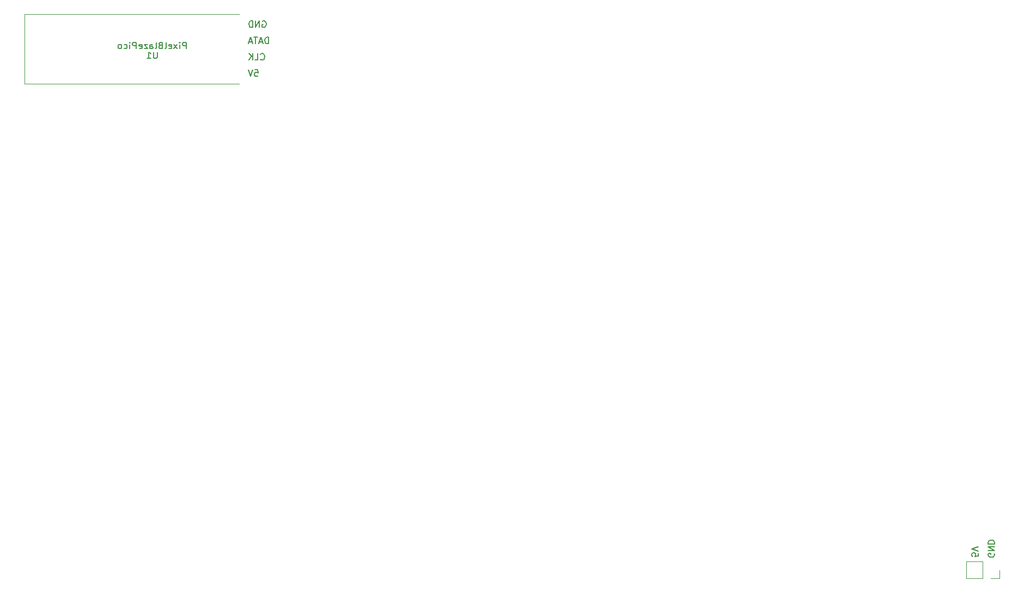
<source format=gbo>
G04 #@! TF.GenerationSoftware,KiCad,Pcbnew,(6.0.6)*
G04 #@! TF.CreationDate,2023-02-02T00:20:54-07:00*
G04 #@! TF.ProjectId,Netflix and Chill LEDs,4e657466-6c69-4782-9061-6e6420436869,1*
G04 #@! TF.SameCoordinates,Original*
G04 #@! TF.FileFunction,Legend,Bot*
G04 #@! TF.FilePolarity,Positive*
%FSLAX46Y46*%
G04 Gerber Fmt 4.6, Leading zero omitted, Abs format (unit mm)*
G04 Created by KiCad (PCBNEW (6.0.6)) date 2023-02-02 00:20:54*
%MOMM*%
%LPD*%
G01*
G04 APERTURE LIST*
%ADD10C,0.150000*%
%ADD11C,0.050000*%
%ADD12C,0.120000*%
%ADD13C,1.700000*%
%ADD14R,1.700000X1.700000*%
%ADD15O,1.700000X1.700000*%
G04 APERTURE END LIST*
D10*
X88499904Y-52702380D02*
X88499904Y-53511904D01*
X88452285Y-53607142D01*
X88404666Y-53654761D01*
X88309428Y-53702380D01*
X88118952Y-53702380D01*
X88023714Y-53654761D01*
X87976095Y-53607142D01*
X87928476Y-53511904D01*
X87928476Y-52702380D01*
X86928476Y-53702380D02*
X87499904Y-53702380D01*
X87214190Y-53702380D02*
X87214190Y-52702380D01*
X87309428Y-52845238D01*
X87404666Y-52940476D01*
X87499904Y-52988095D01*
X92999904Y-52178380D02*
X92999904Y-51178380D01*
X92618952Y-51178380D01*
X92523714Y-51226000D01*
X92476095Y-51273619D01*
X92428476Y-51368857D01*
X92428476Y-51511714D01*
X92476095Y-51606952D01*
X92523714Y-51654571D01*
X92618952Y-51702190D01*
X92999904Y-51702190D01*
X91999904Y-52178380D02*
X91999904Y-51511714D01*
X91999904Y-51178380D02*
X92047523Y-51226000D01*
X91999904Y-51273619D01*
X91952285Y-51226000D01*
X91999904Y-51178380D01*
X91999904Y-51273619D01*
X91618952Y-52178380D02*
X91095142Y-51511714D01*
X91618952Y-51511714D02*
X91095142Y-52178380D01*
X90333238Y-52130761D02*
X90428476Y-52178380D01*
X90618952Y-52178380D01*
X90714190Y-52130761D01*
X90761809Y-52035523D01*
X90761809Y-51654571D01*
X90714190Y-51559333D01*
X90618952Y-51511714D01*
X90428476Y-51511714D01*
X90333238Y-51559333D01*
X90285619Y-51654571D01*
X90285619Y-51749809D01*
X90761809Y-51845047D01*
X89714190Y-52178380D02*
X89809428Y-52130761D01*
X89857047Y-52035523D01*
X89857047Y-51178380D01*
X88999904Y-51654571D02*
X88857047Y-51702190D01*
X88809428Y-51749809D01*
X88761809Y-51845047D01*
X88761809Y-51987904D01*
X88809428Y-52083142D01*
X88857047Y-52130761D01*
X88952285Y-52178380D01*
X89333238Y-52178380D01*
X89333238Y-51178380D01*
X88999904Y-51178380D01*
X88904666Y-51226000D01*
X88857047Y-51273619D01*
X88809428Y-51368857D01*
X88809428Y-51464095D01*
X88857047Y-51559333D01*
X88904666Y-51606952D01*
X88999904Y-51654571D01*
X89333238Y-51654571D01*
X88190380Y-52178380D02*
X88285619Y-52130761D01*
X88333238Y-52035523D01*
X88333238Y-51178380D01*
X87380857Y-52178380D02*
X87380857Y-51654571D01*
X87428476Y-51559333D01*
X87523714Y-51511714D01*
X87714190Y-51511714D01*
X87809428Y-51559333D01*
X87380857Y-52130761D02*
X87476095Y-52178380D01*
X87714190Y-52178380D01*
X87809428Y-52130761D01*
X87857047Y-52035523D01*
X87857047Y-51940285D01*
X87809428Y-51845047D01*
X87714190Y-51797428D01*
X87476095Y-51797428D01*
X87380857Y-51749809D01*
X86999904Y-51511714D02*
X86476095Y-51511714D01*
X86999904Y-52178380D01*
X86476095Y-52178380D01*
X85714190Y-52130761D02*
X85809428Y-52178380D01*
X85999904Y-52178380D01*
X86095142Y-52130761D01*
X86142761Y-52035523D01*
X86142761Y-51654571D01*
X86095142Y-51559333D01*
X85999904Y-51511714D01*
X85809428Y-51511714D01*
X85714190Y-51559333D01*
X85666571Y-51654571D01*
X85666571Y-51749809D01*
X86142761Y-51845047D01*
X85238000Y-52178380D02*
X85238000Y-51178380D01*
X84857047Y-51178380D01*
X84761809Y-51226000D01*
X84714190Y-51273619D01*
X84666571Y-51368857D01*
X84666571Y-51511714D01*
X84714190Y-51606952D01*
X84761809Y-51654571D01*
X84857047Y-51702190D01*
X85238000Y-51702190D01*
X84238000Y-52178380D02*
X84238000Y-51511714D01*
X84238000Y-51178380D02*
X84285619Y-51226000D01*
X84238000Y-51273619D01*
X84190380Y-51226000D01*
X84238000Y-51178380D01*
X84238000Y-51273619D01*
X83333238Y-52130761D02*
X83428476Y-52178380D01*
X83618952Y-52178380D01*
X83714190Y-52130761D01*
X83761809Y-52083142D01*
X83809428Y-51987904D01*
X83809428Y-51702190D01*
X83761809Y-51606952D01*
X83714190Y-51559333D01*
X83618952Y-51511714D01*
X83428476Y-51511714D01*
X83333238Y-51559333D01*
X82761809Y-52178380D02*
X82857047Y-52130761D01*
X82904666Y-52083142D01*
X82952285Y-51987904D01*
X82952285Y-51702190D01*
X82904666Y-51606952D01*
X82857047Y-51559333D01*
X82761809Y-51511714D01*
X82618952Y-51511714D01*
X82523714Y-51559333D01*
X82476095Y-51606952D01*
X82428476Y-51702190D01*
X82428476Y-51987904D01*
X82476095Y-52083142D01*
X82523714Y-52130761D01*
X82618952Y-52178380D01*
X82761809Y-52178380D01*
X103662738Y-55472380D02*
X104138928Y-55472380D01*
X104186547Y-55948571D01*
X104138928Y-55900952D01*
X104043690Y-55853333D01*
X103805595Y-55853333D01*
X103710357Y-55900952D01*
X103662738Y-55948571D01*
X103615119Y-56043809D01*
X103615119Y-56281904D01*
X103662738Y-56377142D01*
X103710357Y-56424761D01*
X103805595Y-56472380D01*
X104043690Y-56472380D01*
X104138928Y-56424761D01*
X104186547Y-56377142D01*
X103329404Y-55472380D02*
X102996071Y-56472380D01*
X102662738Y-55472380D01*
X104567500Y-53837142D02*
X104615119Y-53884761D01*
X104757976Y-53932380D01*
X104853214Y-53932380D01*
X104996071Y-53884761D01*
X105091309Y-53789523D01*
X105138928Y-53694285D01*
X105186547Y-53503809D01*
X105186547Y-53360952D01*
X105138928Y-53170476D01*
X105091309Y-53075238D01*
X104996071Y-52980000D01*
X104853214Y-52932380D01*
X104757976Y-52932380D01*
X104615119Y-52980000D01*
X104567500Y-53027619D01*
X103662738Y-53932380D02*
X104138928Y-53932380D01*
X104138928Y-52932380D01*
X103329404Y-53932380D02*
X103329404Y-52932380D01*
X102757976Y-53932380D02*
X103186547Y-53360952D01*
X102757976Y-52932380D02*
X103329404Y-53503809D01*
X105805595Y-51392380D02*
X105805595Y-50392380D01*
X105567500Y-50392380D01*
X105424642Y-50440000D01*
X105329404Y-50535238D01*
X105281785Y-50630476D01*
X105234166Y-50820952D01*
X105234166Y-50963809D01*
X105281785Y-51154285D01*
X105329404Y-51249523D01*
X105424642Y-51344761D01*
X105567500Y-51392380D01*
X105805595Y-51392380D01*
X104853214Y-51106666D02*
X104377023Y-51106666D01*
X104948452Y-51392380D02*
X104615119Y-50392380D01*
X104281785Y-51392380D01*
X104091309Y-50392380D02*
X103519880Y-50392380D01*
X103805595Y-51392380D02*
X103805595Y-50392380D01*
X103234166Y-51106666D02*
X102757976Y-51106666D01*
X103329404Y-51392380D02*
X102996071Y-50392380D01*
X102662738Y-51392380D01*
X104853214Y-47900000D02*
X104948452Y-47852380D01*
X105091309Y-47852380D01*
X105234166Y-47900000D01*
X105329404Y-47995238D01*
X105377023Y-48090476D01*
X105424642Y-48280952D01*
X105424642Y-48423809D01*
X105377023Y-48614285D01*
X105329404Y-48709523D01*
X105234166Y-48804761D01*
X105091309Y-48852380D01*
X104996071Y-48852380D01*
X104853214Y-48804761D01*
X104805595Y-48757142D01*
X104805595Y-48423809D01*
X104996071Y-48423809D01*
X104377023Y-48852380D02*
X104377023Y-47852380D01*
X103805595Y-48852380D01*
X103805595Y-47852380D01*
X103329404Y-48852380D02*
X103329404Y-47852380D01*
X103091309Y-47852380D01*
X102948452Y-47900000D01*
X102853214Y-47995238D01*
X102805595Y-48090476D01*
X102757976Y-48280952D01*
X102757976Y-48423809D01*
X102805595Y-48614285D01*
X102853214Y-48709523D01*
X102948452Y-48804761D01*
X103091309Y-48852380D01*
X103329404Y-48852380D01*
X218600000Y-130759904D02*
X218647619Y-130855142D01*
X218647619Y-130998000D01*
X218600000Y-131140857D01*
X218504761Y-131236095D01*
X218409523Y-131283714D01*
X218219047Y-131331333D01*
X218076190Y-131331333D01*
X217885714Y-131283714D01*
X217790476Y-131236095D01*
X217695238Y-131140857D01*
X217647619Y-130998000D01*
X217647619Y-130902761D01*
X217695238Y-130759904D01*
X217742857Y-130712285D01*
X218076190Y-130712285D01*
X218076190Y-130902761D01*
X217647619Y-130283714D02*
X218647619Y-130283714D01*
X217647619Y-129712285D01*
X218647619Y-129712285D01*
X217647619Y-129236095D02*
X218647619Y-129236095D01*
X218647619Y-128998000D01*
X218600000Y-128855142D01*
X218504761Y-128759904D01*
X218409523Y-128712285D01*
X218219047Y-128664666D01*
X218076190Y-128664666D01*
X217885714Y-128712285D01*
X217790476Y-128759904D01*
X217695238Y-128855142D01*
X217647619Y-128998000D01*
X217647619Y-129236095D01*
X216107619Y-130696476D02*
X216107619Y-131172666D01*
X215631428Y-131220285D01*
X215679047Y-131172666D01*
X215726666Y-131077428D01*
X215726666Y-130839333D01*
X215679047Y-130744095D01*
X215631428Y-130696476D01*
X215536190Y-130648857D01*
X215298095Y-130648857D01*
X215202857Y-130696476D01*
X215155238Y-130744095D01*
X215107619Y-130839333D01*
X215107619Y-131077428D01*
X215155238Y-131172666D01*
X215202857Y-131220285D01*
X216107619Y-130363142D02*
X215107619Y-130029809D01*
X216107619Y-129696476D01*
D11*
X67880000Y-46787000D02*
X101200000Y-46787000D01*
X67880000Y-57633000D02*
X67880000Y-46787000D01*
X101200000Y-57633000D02*
X67880000Y-57633000D01*
D12*
X219430000Y-134630000D02*
X219430000Y-133300000D01*
X216830000Y-134630000D02*
X214230000Y-134630000D01*
X218100000Y-134630000D02*
X219430000Y-134630000D01*
X216830000Y-134630000D02*
X216830000Y-131970000D01*
X214230000Y-134630000D02*
X214230000Y-131970000D01*
X216830000Y-131970000D02*
X214230000Y-131970000D01*
%LPC*%
D13*
X101200000Y-48400000D03*
X101200000Y-50940000D03*
X101200000Y-53480000D03*
X101200000Y-56020000D03*
D14*
X218100000Y-133300000D03*
D15*
X215560000Y-133300000D03*
M02*

</source>
